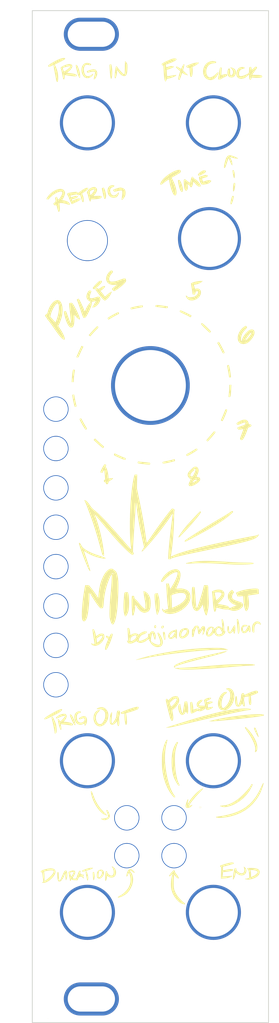
<source format=kicad_pcb>
(kicad_pcb (version 20240108) (generator "pcbnew") (generator_version "8.0")
  (layers (0 "F.Cu" signal) (31 "B.Cu" signal) (34 "B.Paste" user) (35 "F.Paste" user) (36 "B.SilkS" user "B.Silkscreen") (37 "F.SilkS" user "F.Silkscreen") (38 "B.Mask" user) (39 "F.Mask" user) (44 "Edge.Cuts" user))
  (net 0 "")
  (footprint "benjiaomodular:PanelHole_AudioJack_3.5mm" (layer "F.Cu") (at 108.424 120.65 90)
    (property "Reference" "REF**")
    (property "Value" "PanelHole_AudioJack_3.5mm")
    (pad "" np_thru_hole circle (at 0 6.5 270) (size 7 7) (drill 6.2) (layers "F&B.Cu" "*.Mask"))
  )
  (footprint "benjiaomodular:PanelHole_AudioJack_3.5mm" (layer "F.Cu") (at 105.424 139.9 -90)
    (property "Reference" "REF**")
    (property "Value" "PanelHole_AudioJack_3.5mm")
    (pad "" np_thru_hole circle (at 0 6.5 90) (size 7 7) (drill 6.2) (layers "F&B.Cu" "*.Mask"))
  )
  (footprint "benjiaomodular:Panel_6HP" (layer "F.Cu") (at 91.924 25.4)
    (property "Reference" "REF**")
    (property "Value" "Panel_6HP")
    (pad "" thru_hole oval (at 7.5 3) (size 7 4.2) (drill oval 6 3.2) (layers "*.Cu" "*.Mask"))
    (pad "" thru_hole oval (at 7.5 125.5) (size 7 4.2) (drill oval 6 3.2) (layers "*.Cu" "*.Mask"))
  )
  (footprint "benjiaomodular:PanelHole_Potentiometer_RV09" (layer "F.Cu") (at 111.924 61.8425 90)
    (property "Reference" "REF**" (hide yes))
    (property "Value" "PanelHole_Potentiometer_RV09" (hide yes))
    (pad "" np_thru_hole circle (at 7.5 2.5 180) (size 8 8) (drill 7.2) (layers "F&B.Cu" "*.Mask"))
  )
  (footprint "LOGO" (layer "F.Cu") (at 107.06578 89.663375)
    (property "Reference" "G***" (hide yes))
    (property "Value" "LOGO" (hide yes))
  )
  (footprint "benjiaomodular:PanelHole_AudioJack_3.5mm" (layer "F.Cu") (at 105.424 120.65 -90)
    (property "Reference" "REF**")
    (property "Value" "PanelHole_AudioJack_3.5mm")
    (pad "" np_thru_hole circle (at 0 6.5 90) (size 7 7) (drill 6.2) (layers "F&B.Cu" "*.Mask"))
  )
  (footprint "benjiaomodular:PanelHole_AudioJack_3.5mm" (layer "F.Cu") (at 108.424 39.65 90)
    (property "Reference" "REF**")
    (property "Value" "PanelHole_AudioJack_3.5mm")
    (pad "" np_thru_hole circle (at 0 6.5 270) (size 7 7) (drill 6.2) (layers "F&B.Cu" "*.Mask"))
  )
  (footprint "benjiaomodular:PanelHole_AudioJack_3.5mm" (layer "F.Cu") (at 108.424 139.9 90)
    (property "Reference" "REF**")
    (property "Value" "PanelHole_AudioJack_3.5mm")
    (pad "" np_thru_hole circle (at 0 6.5 270) (size 7 7) (drill 6.2) (layers "F&B.Cu" "*.Mask"))
  )
  (footprint "benjiaomodular:PanelHole_AudioJack_3.5mm" (layer "F.Cu") (at 105.424 39.65 -90)
    (property "Reference" "REF**")
    (property "Value" "PanelHole_AudioJack_3.5mm")
    (pad "" np_thru_hole circle (at 0 6.5 90) (size 7 7) (drill 6.2) (layers "F&B.Cu" "*.Mask"))
  )
  (gr_rect (start 91.924 25.4) (end 121.924 153.9) (stroke (width 0.1)) (fill none) (layer "Edge.Cuts"))
  (via (at 94.924 101) (size 3.2) (drill 3) (layers "F.Cu" "B.Cu") (net 0))
  (via (at 94.924 106) (size 3.2) (drill 3) (layers "F.Cu" "B.Cu") (net 0))
  (via (at 94.924 111) (size 3.2) (drill 3) (layers "F.Cu" "B.Cu") (net 0))
  (via (at 109.924 132.7) (size 3.2) (drill 3) (layers "F.Cu" "B.Cu") (net 0))
  (via (at 109.924 127.9) (size 3.2) (drill 3) (layers "F.Cu" "B.Cu") (net 0))
  (via (at 94.924 91) (size 3.2) (drill 3) (layers "F.Cu" "B.Cu") (net 0))
  (via (at 94.924 81) (size 3.2) (drill 3) (layers "F.Cu" "B.Cu") (net 0))
  (via (at 103.924 127.9) (size 3.2) (drill 3) (layers "F.Cu" "B.Cu") (net 0))
  (via (at 106.924 73) (size 10) (drill 9) (layers "F.Cu" "B.Cu") (net 0))
  (via (at 98.924 54.6) (size 5.2) (drill 5) (layers "F.Cu" "B.Cu") (net 0))
  (via (at 94.924 86) (size 3.2) (drill 3) (layers "F.Cu" "B.Cu") (net 0))
  (via (at 94.924 96) (size 3.2) (drill 3) (layers "F.Cu" "B.Cu") (net 0))
  (via (at 94.924 76) (size 3.2) (drill 3) (layers "F.Cu" "B.Cu") (net 0))
  (via (at 103.924 132.7) (size 3.2) (drill 3) (layers "F.Cu" "B.Cu") (net 0))
)
</source>
